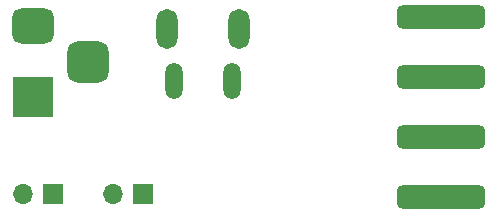
<source format=gbr>
%TF.GenerationSoftware,KiCad,Pcbnew,(6.0.2)*%
%TF.CreationDate,2022-09-06T11:12:12-04:00*%
%TF.ProjectId,PowerSupply,506f7765-7253-4757-9070-6c792e6b6963,rev?*%
%TF.SameCoordinates,Original*%
%TF.FileFunction,Soldermask,Bot*%
%TF.FilePolarity,Negative*%
%FSLAX46Y46*%
G04 Gerber Fmt 4.6, Leading zero omitted, Abs format (unit mm)*
G04 Created by KiCad (PCBNEW (6.0.2)) date 2022-09-06 11:12:12*
%MOMM*%
%LPD*%
G01*
G04 APERTURE LIST*
G04 Aperture macros list*
%AMRoundRect*
0 Rectangle with rounded corners*
0 $1 Rounding radius*
0 $2 $3 $4 $5 $6 $7 $8 $9 X,Y pos of 4 corners*
0 Add a 4 corners polygon primitive as box body*
4,1,4,$2,$3,$4,$5,$6,$7,$8,$9,$2,$3,0*
0 Add four circle primitives for the rounded corners*
1,1,$1+$1,$2,$3*
1,1,$1+$1,$4,$5*
1,1,$1+$1,$6,$7*
1,1,$1+$1,$8,$9*
0 Add four rect primitives between the rounded corners*
20,1,$1+$1,$2,$3,$4,$5,0*
20,1,$1+$1,$4,$5,$6,$7,0*
20,1,$1+$1,$6,$7,$8,$9,0*
20,1,$1+$1,$8,$9,$2,$3,0*%
G04 Aperture macros list end*
%ADD10RoundRect,0.500000X-3.250000X-0.500000X3.250000X-0.500000X3.250000X0.500000X-3.250000X0.500000X0*%
%ADD11R,1.700000X1.700000*%
%ADD12O,1.700000X1.700000*%
%ADD13R,3.500000X3.500000*%
%ADD14RoundRect,0.750000X-1.000000X0.750000X-1.000000X-0.750000X1.000000X-0.750000X1.000000X0.750000X0*%
%ADD15RoundRect,0.875000X-0.875000X0.875000X-0.875000X-0.875000X0.875000X-0.875000X0.875000X0.875000X0*%
%ADD16O,1.800000X3.400000*%
%ADD17O,1.450000X3.100000*%
G04 APERTURE END LIST*
D10*
%TO.C,J1*%
X178435000Y-68580000D03*
X178435000Y-73660000D03*
X178435000Y-78740000D03*
X178435000Y-83820000D03*
%TD*%
D11*
%TO.C,BT1*%
X153162000Y-83566000D03*
D12*
X150622000Y-83566000D03*
%TD*%
D11*
%TO.C,D3*%
X145542000Y-83566000D03*
D12*
X143002000Y-83566000D03*
%TD*%
D13*
%TO.C,J2*%
X143822496Y-75341988D03*
D14*
X143822496Y-69341988D03*
D15*
X148522496Y-72341988D03*
%TD*%
D16*
%TO.C,SW1*%
X155194000Y-69596000D03*
X161294000Y-69596000D03*
D17*
X160719000Y-73996000D03*
X155769000Y-73996000D03*
%TD*%
M02*

</source>
